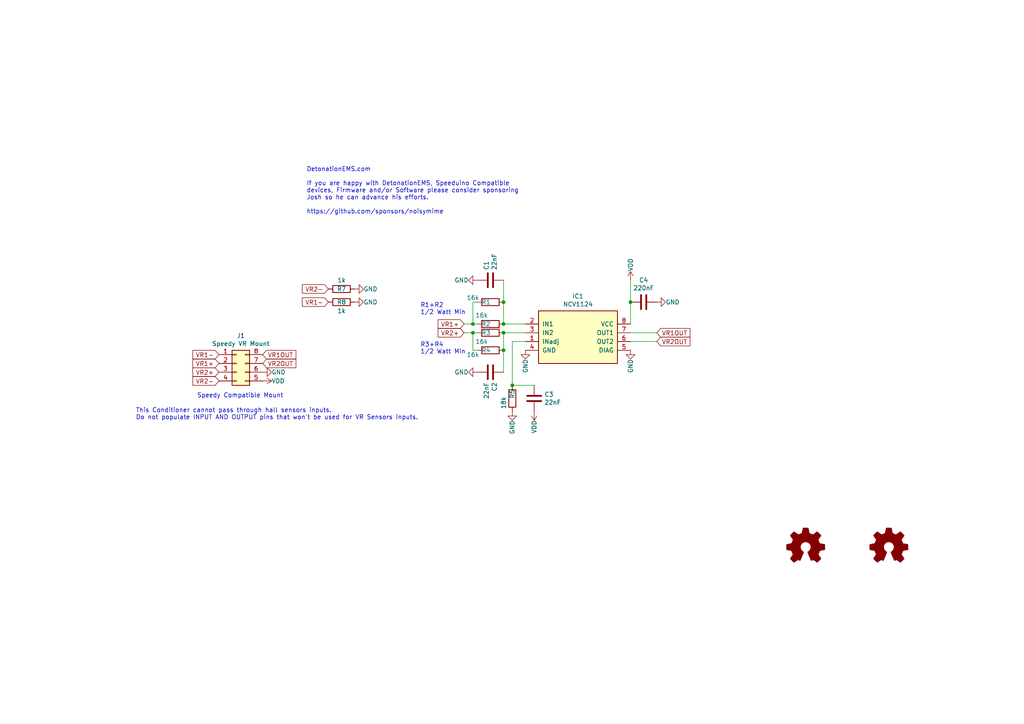
<source format=kicad_sch>
(kicad_sch (version 20211123) (generator eeschema)
  (paper "A4")
  (title_block (title "Duel VRConditioner ") (date "2021-10-02") (rev "A") (company "DetonationEMS") (comment 1 "detonationems.com") (comment 2 "github.com/DetonationEMS"))
  (lib_symbols
    (symbol "Connector_Generic:Conn_02x04_Counter_Clockwise" (pin_names (offset 1.016) hide)
      (property "Reference" "J" (at 1.27 5.08 0))
      (property "Value" "Conn_02x04_Counter_Clockwise" (at 1.27 -7.62 0))
      (symbol "Conn_02x04_Counter_Clockwise_1_1"
        (rectangle (start -1.27 -4.953) (end 0 -5.207) (stroke (width 0.1524)))
        (rectangle (start -1.27 -2.413) (end 0 -2.667) (stroke (width 0.1524)))
        (rectangle (start -1.27 0.127) (end 0 -0.127) (stroke (width 0.1524)))
        (rectangle (start -1.27 2.667) (end 0 2.413) (stroke (width 0.1524)))
        (rectangle (start -1.27 3.81) (end 3.81 -6.35) (stroke (width 0.254)) (fill (type background)))
        (rectangle (start 3.81 -4.953) (end 2.54 -5.207) (stroke (width 0.1524)))
        (rectangle (start 3.81 -2.413) (end 2.54 -2.667) (stroke (width 0.1524)))
        (rectangle (start 3.81 0.127) (end 2.54 -0.127) (stroke (width 0.1524)))
        (rectangle (start 3.81 2.667) (end 2.54 2.413) (stroke (width 0.1524)))
        (pin passive line (at -5.08 2.54 0) (length 3.81) (name "Pin_1") (number "1"))
        (pin passive line (at -5.08 0 0) (length 3.81) (name "Pin_2") (number "2"))
        (pin passive line (at -5.08 -2.54 0) (length 3.81) (name "Pin_3") (number "3"))
        (pin passive line (at -5.08 -5.08 0) (length 3.81) (name "Pin_4") (number "4"))
        (pin passive line (at 7.62 -5.08 180) (length 3.81) (name "Pin_5") (number "5"))
        (pin passive line (at 7.62 -2.54 180) (length 3.81) (name "Pin_6") (number "6"))
        (pin passive line (at 7.62 0 180) (length 3.81) (name "Pin_7") (number "7"))
        (pin passive line (at 7.62 2.54 180) (length 3.81) (name "Pin_8") (number "8"))
      )
    )
    (symbol "Device:C" (pin_numbers hide) (pin_names (offset 0.254))
      (property "Reference" "C" (at 0.635 2.54 0))
      (property "Value" "C" (at 0.635 -2.54 0))
      (symbol "C_0_1"
        (polyline (pts (xy -2.032 -0.762) (xy 2.032 -0.762)) (stroke (width 0.508)))
        (polyline (pts (xy -2.032 0.762) (xy 2.032 0.762)) (stroke (width 0.508)))
      )
      (symbol "C_1_1"
        (pin passive line (at 0 3.81 270) (length 2.794) (name "~") (number "1"))
        (pin passive line (at 0 -3.81 90) (length 2.794) (name "~") (number "2"))
      )
    )
    (symbol "Device:R" (pin_numbers hide) (pin_names (offset 0))
      (property "Reference" "R" (at 2.032 0 90))
      (property "Value" "R" (at 0 0 90))
      (symbol "R_0_1"
        (rectangle (start -1.016 -2.54) (end 1.016 2.54) (stroke (width 0.254)))
      )
      (symbol "R_1_1"
        (pin passive line (at 0 3.81 270) (length 1.27) (name "~") (number "1"))
        (pin passive line (at 0 -3.81 90) (length 1.27) (name "~") (number "2"))
      )
    )
    (symbol "Graphic:Logo_Open_Hardware_Small" (pin_names (offset 1.016))
      (symbol "Logo_Open_Hardware_Small_0_1"
        (polyline (pts (xy 3.3528 -4.3434) (xy 3.302 -4.318) (xy 3.175 -4.2418) (xy 2.9972 -4.1148) (xy 2.7686 -3.9624) (xy 2.54 -3.81) (xy 2.3622 -3.7084) (xy 2.2352 -3.6068) (xy 2.1844 -3.5814) (xy 2.159 -3.6068) (xy 2.0574 -3.6576) (xy 1.905 -3.7338) (xy 1.8034 -3.7846) (xy 1.6764 -3.8354) (xy 1.6002 -3.8354) (xy 1.6002 -3.8354) (xy 1.5494 -3.7338) (xy 1.4732 -3.5306) (xy 1.3462 -3.302) (xy 1.2446 -3.0226) (xy 1.1176 -2.7178) (xy 0.9652 -2.413) (xy 0.8636 -2.1082) (xy 0.7366 -1.8288) (xy 0.6604 -1.6256) (xy 0.6096 -1.4732) (xy 0.5842 -1.397) (xy 0.5842 -1.397) (xy 0.6604 -1.3208) (xy 0.7874 -1.2446) (xy 1.0414 -1.016) (xy 1.2954 -0.6858) (xy 1.4478 -0.3302) (xy 1.524 0.0762) (xy 1.4732 0.4572) (xy 1.3208 0.8128) (xy 1.0668 1.143) (xy 0.762 1.3716) (xy 0.4064 1.524) (xy 0 1.5748) (xy -0.381 1.5494) (xy -0.7366 1.397) (xy -1.0668 1.143) (xy -1.2192 0.9906) (xy -1.397 0.6604) (xy -1.524 0.3048) (xy -1.524 0.2286) (xy -1.4986 -0.1778) (xy -1.397 -0.5334) (xy -1.1938 -0.8636) (xy -0.9144 -1.143) (xy -0.8636 -1.1684) (xy -0.7366 -1.27) (xy -0.635 -1.3462) (xy -0.5842 -1.397) (xy -1.0668 -2.5908) (xy -1.143 -2.794) (xy -1.2954 -3.1242) (xy -1.397 -3.4036) (xy -1.4986 -3.6322) (xy -1.5748 -3.7846) (xy -1.6002 -3.8354) (xy -1.6002 -3.8354) (xy -1.651 -3.8354) (xy -1.7272 -3.81) (xy -1.905 -3.7338) (xy -2.0066 -3.683) (xy -2.1336 -3.6068) (xy -2.2098 -3.5814) (xy -2.2606 -3.6068) (xy -2.3622 -3.683) (xy -2.54 -3.81) (xy -2.7686 -3.9624) (xy -2.9718 -4.0894) (xy -3.1496 -4.2164) (xy -3.302 -4.318) (xy -3.3528 -4.3434) (xy -3.3782 -4.3434) (xy -3.429 -4.318) (xy -3.5306 -4.2164) (xy -3.7084 -4.064) (xy -3.937 -3.8354) (xy -3.9624 -3.81) (xy -4.1656 -3.6068) (xy -4.318 -3.4544) (xy -4.4196 -3.3274) (xy -4.445 -3.2766) (xy -4.445 -3.2766) (xy -4.4196 -3.2258) (xy -4.318 -3.0734) (xy -4.2164 -2.8956) (xy -4.064 -2.667) (xy -3.6576 -2.0828) (xy -3.8862 -1.5494) (xy -3.937 -1.3716) (xy -4.0386 -1.1684) (xy -4.0894 -1.0414) (xy -4.1148 -0.9652) (xy -4.191 -0.9398) (xy -4.318 -0.9144) (xy -4.5466 -0.8636) (xy -4.8006 -0.8128) (xy -5.0546 -0.7874) (xy -5.2578 -0.7366) (xy -5.4356 -0.7112) (xy -5.5118 -0.6858) (xy -5.5118 -0.6858) (xy -5.5372 -0.635) (xy -5.5372 -0.5588) (xy -5.5372 -0.4318) (xy -5.5626 -0.2286) (xy -5.5626 0.0762) (xy -5.5626 0.127) (xy -5.5372 0.4064) (xy -5.5372 0.635) (xy -5.5372 0.762) (xy -5.5372 0.8382) (xy -5.5372 0.8382) (xy -5.461 0.8382) (xy -5.3086 0.889) (xy -5.08 0.9144) (xy -4.826 0.9652) (xy -4.8006 0.9906) (xy -4.5466 1.0414) (xy -4.318 1.0668) (xy -4.1656 1.1176) (xy -4.0894 1.143) (xy -4.0894 1.143) (xy -4.0386 1.2446) (xy -3.9624 1.4224) (xy -3.8608 1.6256) (xy -3.7846 1.8288) (xy -3.7084 2.0066) (xy -3.6576 2.159) (xy -3.6322 2.2098) (xy -3.6322 2.2098) (xy -3.683 2.286) (xy -3.7592 2.413) (xy -3.8862 2.5908) (xy -4.064 2.8194) (xy -4.064 2.8448) (xy -4.2164 3.0734) (xy -4.3434 3.2512) (xy -4.4196 3.3782) (xy -4.445 3.4544) (xy -4.445 3.4544) (xy -4.3942 3.5052) (xy -4.2926 3.6322) (xy -4.1148 3.81) (xy -3.937 4.0132) (xy -3.8608 4.064) (xy -3.6576 4.2926) (xy -3.5052 4.4196) (xy -3.4036 4.4958) (xy -3.3528 4.5212) (xy -3.3528 4.5212) (xy -3.302 4.4704) (xy -3.1496 4.3688) (xy -2.9718 4.2418) (xy -2.7432 4.0894) (xy -2.7178 4.0894) (xy -2.4892 3.937) (xy -2.3114 3.81) (xy -2.1844 3.7084) (xy -2.1336 3.683) (xy -2.1082 3.683) (xy -2.032 3.7084) (xy -1.8542 3.7592) (xy -1.6764 3.8354) (xy -1.4732 3.937) (xy -1.27 4.0132) (xy -1.143 4.064) (xy -1.0668 4.1148) (xy -1.0668 4.1148) (xy -1.0414 4.191) (xy -1.016 4.3434) (xy -0.9652 4.572) (xy -0.9144 4.8514) (xy -0.889 4.9022) (xy -0.8382 5.1562) (xy -0.8128 5.3848) (xy -0.7874 5.5372) (xy -0.762 5.588) (xy -0.7112 5.6134) (xy -0.5842 5.6134) (xy -0.4064 5.6134) (xy -0.1524 5.6134) (xy 0.0762 5.6134) (xy 0.3302 5.6134) (xy 0.5334 5.6134) (xy 0.6858 5.588) (xy 0.7366 5.588) (xy 0.7366 5.588) (xy 0.762 5.5118) (xy 0.8128 5.334) (xy 0.8382 5.1054) (xy 0.9144 4.826) (xy 0.9144 4.7752) (xy 0.9652 4.5212) (xy 1.016 4.2926) (xy 1.0414 4.1402) (xy 1.0668 4.0894) (xy 1.0668 4.0894) (xy 1.1938 4.0386) (xy 1.3716 3.9624) (xy 1.5748 3.8608) (xy 2.0828 3.6576) (xy 2.7178 4.0894) (xy 2.7686 4.1402) (xy 2.9972 4.2926) (xy 3.175 4.4196) (xy 3.302 4.4958) (xy 3.3782 4.5212) (xy 3.3782 4.5212) (xy 3.429 4.4704) (xy 3.556 4.3434) (xy 3.7338 4.191) (xy 3.9116 3.9878) (xy 4.064 3.8354) (xy 4.2418 3.6576) (xy 4.3434 3.556) (xy 4.4196 3.4798) (xy 4.4196 3.429) (xy 4.4196 3.4036) (xy 4.3942 3.3274) (xy 4.2926 3.2004) (xy 4.1656 2.9972) (xy 4.0132 2.794) (xy 3.8862 2.5908) (xy 3.7592 2.3876) (xy 3.6576 2.2352) (xy 3.6322 2.159) (xy 3.6322 2.1336) (xy 3.683 2.0066) (xy 3.7592 1.8288) (xy 3.8608 1.6002) (xy 4.064 1.1176) (xy 4.3942 1.0414) (xy 4.5974 1.016) (xy 4.8768 0.9652) (xy 5.1308 0.9144) (xy 5.5372 0.8382) (xy 5.5626 -0.6604) (xy 5.4864 -0.6858) (xy 5.4356 -0.6858) (xy 5.2832 -0.7366) (xy 5.0546 -0.762) (xy 4.8006 -0.8128) (xy 4.5974 -0.8636) (xy 4.3688 -0.9144) (xy 4.2164 -0.9398) (xy 4.1402 -0.9398) (xy 4.1148 -0.9652) (xy 4.064 -1.0668) (xy 3.9878 -1.2446) (xy 3.9116 -1.4478) (xy 3.81 -1.651) (xy 3.7338 -1.8542) (xy 3.683 -2.0066) (xy 3.6576 -2.0828) (xy 3.683 -2.1336) (xy 3.7846 -2.2606) (xy 3.8862 -2.4638) (xy 4.0386 -2.667) (xy 4.191 -2.8956) (xy 4.318 -3.0734) (xy 4.3942 -3.2004) (xy 4.445 -3.2766) (xy 4.4196 -3.3274) (xy 4.3434 -3.429) (xy 4.1656 -3.5814) (xy 3.937 -3.8354) (xy 3.8862 -3.8608) (xy 3.683 -4.064) (xy 3.5306 -4.2164) (xy 3.4036 -4.318) (xy 3.3528 -4.3434)) (fill (type outline)))
      )
    )
    (symbol "ncv1124:NCV1124" (pin_names (offset 1.016))
      (property "Reference" "D" (at 1.27 1.27 0))
      (property "Value" "NCV1124" (at 19.05 1.27 0))
      (symbol "NCV1124_1_1"
        (rectangle (start 0 0) (end 22.86 -15.24) (stroke (width 0.254)) (fill (type background)))
        (pin input line (at -3.81 -8.89 0) (length 3.81) (name "INadj") (number "1"))
        (pin input line (at -3.81 -3.81 0) (length 3.81) (name "IN1") (number "2"))
        (pin input line (at -3.81 -6.35 0) (length 3.81) (name "IN2") (number "3"))
        (pin power_in line (at -3.81 -11.43 0) (length 3.81) (name "GND") (number "4"))
        (pin input line (at 26.67 -11.43 180) (length 3.81) (name "DIAG") (number "5"))
        (pin output line (at 26.67 -8.89 180) (length 3.81) (name "OUT2") (number "6"))
        (pin output line (at 26.67 -6.35 180) (length 3.81) (name "OUT1") (number "7"))
        (pin power_in line (at 26.67 -3.81 180) (length 3.81) (name "VCC") (number "8"))
      )
    )
    (symbol "power:GND" (power) (pin_names (offset 0))
      (property "Value" "GND" (at 0 -3.81 0))
      (symbol "GND_0_1"
        (polyline (pts (xy 0 0) (xy 0 -1.27) (xy 1.27 -1.27) (xy 0 -2.54) (xy -1.27 -1.27) (xy 0 -1.27)))
      )
      (symbol "GND_1_1"
        (pin power_in line (at 0 0 270) (length 0) hide (name "GND") (number "1"))
      )
    )
    (symbol "power:VDD" (power) (pin_names (offset 0))
      (property "Value" "VDD" (at 0 3.81 0))
      (symbol "VDD_0_1"
        (polyline (pts (xy -0.762 1.27) (xy 0 2.54)))
        (polyline (pts (xy 0 0) (xy 0 2.54)))
        (polyline (pts (xy 0 2.54) (xy 0.762 1.27)))
      )
      (symbol "VDD_1_1"
        (pin power_in line (at 0 0 90) (length 0) hide (name "VDD") (number "1"))
      )
    )
  )
  (junction (at 148.59 111.76))
  (junction (at 146.05 93.98))
  (junction (at 146.05 96.52))
  (junction (at 146.05 101.6))
  (junction (at 146.05 87.63))
  (junction (at 137.16 93.98))
  (junction (at 182.88 87.63))
  (junction (at 137.16 96.52))
  (wire (pts (xy 138.43 87.63) (xy 137.16 87.63)))
  (wire (pts (xy 146.05 96.52) (xy 152.4 96.52)))
  (wire (pts (xy 146.05 101.6) (xy 146.05 107.95)))
  (wire (pts (xy 182.88 87.63) (xy 182.88 81.28)))
  (wire (pts (xy 137.16 93.98) (xy 134.62 93.98)))
  (wire (pts (xy 182.88 96.52) (xy 190.5 96.52)))
  (wire (pts (xy 146.05 93.98) (xy 152.4 93.98)))
  (wire (pts (xy 182.88 87.63) (xy 182.88 93.98)))
  (wire (pts (xy 137.16 96.52) (xy 137.16 101.6)))
  (wire (pts (xy 148.59 99.06) (xy 148.59 111.76)))
  (wire (pts (xy 146.05 96.52) (xy 146.05 101.6)))
  (wire (pts (xy 146.05 87.63) (xy 146.05 93.98)))
  (wire (pts (xy 146.05 81.28) (xy 146.05 87.63)))
  (wire (pts (xy 154.94 111.76) (xy 148.59 111.76)))
  (wire (pts (xy 134.62 96.52) (xy 137.16 96.52)))
  (wire (pts (xy 137.16 101.6) (xy 138.43 101.6)))
  (wire (pts (xy 182.88 99.06) (xy 190.5 99.06)))
  (wire (pts (xy 148.59 99.06) (xy 152.4 99.06)))
  (wire (pts (xy 137.16 87.63) (xy 137.16 93.98)))
  (wire (pts (xy 137.16 93.98) (xy 138.43 93.98)))
  (wire (pts (xy 137.16 96.52) (xy 138.43 96.52)))
  (text "R1+R2 \n1/2 Watt Min" (at 121.92 91.44 0) (effects (font (size 1.27 1.27)) (justify left bottom)))
  (text "Speedy Compatible Mount" (at 57.15 115.57 0) (effects (font (size 1.27 1.27)) (justify left bottom)))
  (text "R3+R4\n1/2 Watt Min" (at 121.92 102.87 0) (effects (font (size 1.27 1.27)) (justify left bottom)))
  (text "DetonationEMS.com\n\nIf you are happy with DetonationEMS, Speeduino Compatible\ndevices, Firmware and/or Software please consider sponsoring\nJosh so he can advance his efforts.\n\nhttps://github.com/sponsors/noisymime" (at 88.9 62.23 0) (effects (font (size 1.27 1.27)) (justify left bottom)))
  (text "This Conditioner cannot pass through hall sensors inputs.\nDo not populate INPUT AND OUTPUT pins that won't be used for VR Sensors inputs." (at 39.37 121.92 0) (effects (font (size 1.27 1.27)) (justify left bottom)))
  (global_label "VR1+" (shape input) (at 63.5 105.41 180) (property "Intersheet References" "${INTERSHEET_REFS}" (effects hide)))
  (global_label "VR1-" (shape input) (at 95.25 87.63 180) (property "Intersheet References" "${INTERSHEET_REFS}" (effects hide)))
  (global_label "VR2OUT" (shape input) (at 190.5 99.06 0) (property "Intersheet References" "${INTERSHEET_REFS}" (effects hide)))
  (global_label "VR1OUT" (shape input) (at 190.5 96.52 0) (property "Intersheet References" "${INTERSHEET_REFS}" (effects hide)))
  (global_label "VR2OUT" (shape input) (at 76.2 105.41 0) (property "Intersheet References" "${INTERSHEET_REFS}" (effects hide)))
  (global_label "VR2-" (shape input) (at 63.5 110.49 180) (property "Intersheet References" "${INTERSHEET_REFS}" (effects hide)))
  (global_label "VR2+" (shape input) (at 63.5 107.95 180) (property "Intersheet References" "${INTERSHEET_REFS}" (effects hide)))
  (global_label "VR2-" (shape input) (at 95.25 83.82 180) (property "Intersheet References" "${INTERSHEET_REFS}" (effects hide)))
  (global_label "VR1OUT" (shape input) (at 76.2 102.87 0) (property "Intersheet References" "${INTERSHEET_REFS}" (effects hide)))
  (global_label "VR1-" (shape input) (at 63.5 102.87 180) (property "Intersheet References" "${INTERSHEET_REFS}" (effects hide)))
  (global_label "VR2+" (shape input) (at 134.62 96.52 180) (property "Intersheet References" "${INTERSHEET_REFS}" (effects hide)))
  (global_label "VR1+" (shape input) (at 134.62 93.98 180) (property "Intersheet References" "${INTERSHEET_REFS}" (effects hide)))
  (symbol (lib_id "Connector_Generic:Conn_02x04_Counter_Clockwise") (at 68.58 105.41 0) (unit 1)
    (property "Reference" "J1" (at 69.85 97.3582 0))
    (property "Value" "Speedy VR Mount" (at 69.85 99.6696 0))
    (property "Footprint" "Misc:DIP-8_W7.62mm_Socket_VRConditioner" (effects hide))
  )
  (symbol (lib_id "power:GND") (at 76.2 107.95 90) (unit 1)
    (property "Reference" "#PWR02" (effects hide))
    (property "Value" "GND" (at 78.74 107.95 90) (effects (justify right)))
  )
  (symbol (lib_id "power:VDD") (at 76.2 110.49 270) (unit 1)
    (property "Reference" "#PWR03" (effects hide))
    (property "Value" "VDD" (at 78.74 110.49 90) (effects (justify left)))
  )
  (symbol (lib_id "ncv1124:NCV1124") (at 156.21 90.17 0) (unit 1)
    (property "Reference" "IC1" (at 167.64 85.9282 0))
    (property "Value" "NCV1124" (at 167.64 88.2396 0))
    (property "Footprint" "Package_SO:SO-8_3.9x4.9mm_P1.27mm" (effects hide))
    (property "LCSC" "C152274" (effects hide))
  )
  (symbol (lib_id "Device:R") (at 142.24 93.98 270) (unit 1)
    (property "Reference" "R2" (at 140.97 93.98 90))
    (property "Value" "16k" (at 139.7 91.44 90))
    (property "Footprint" "Resistor_SMD:R_0805_2012Metric" (effects hide))
    (property "LCSC" "C17490" (effects hide))
  )
  (symbol (lib_id "Device:R") (at 142.24 87.63 270) (unit 1)
    (property "Reference" "R1" (at 140.97 87.63 90))
    (property "Value" "16k" (at 137.16 86.36 90))
    (property "Footprint" "Resistor_SMD:R_0805_2012Metric" (effects hide))
    (property "LCSC" "C17490" (effects hide))
  )
  (symbol (lib_id "Device:R") (at 142.24 96.52 270) (unit 1)
    (property "Reference" "R3" (at 140.97 96.52 90))
    (property "Value" "16k" (at 139.7 99.06 90))
    (property "Footprint" "Resistor_SMD:R_0805_2012Metric" (effects hide))
    (property "LCSC" "C17490" (effects hide))
  )
  (symbol (lib_id "Device:R") (at 142.24 101.6 270) (unit 1)
    (property "Reference" "R4" (at 140.97 101.6 90))
    (property "Value" "16k" (at 137.16 102.87 90))
    (property "Footprint" "Resistor_SMD:R_0805_2012Metric" (effects hide))
    (property "LCSC" "C17490" (effects hide))
  )
  (symbol (lib_id "Device:C") (at 142.24 81.28 90) (unit 1)
    (property "Reference" "C1" (at 141.0716 78.359 0) (effects (justify left)))
    (property "Value" "22nF" (at 143.383 78.359 0) (effects (justify left)))
    (property "Footprint" "Capacitor_SMD:C_0603_1608Metric" (effects hide))
    (property "LCSC" "C21122" (effects hide))
  )
  (symbol (lib_id "power:GND") (at 138.43 81.28 270) (unit 1)
    (property "Reference" "#PWR05" (effects hide))
    (property "Value" "GND" (at 135.89 81.28 90) (effects (justify right)))
  )
  (symbol (lib_id "power:GND") (at 138.43 107.95 270) (unit 1)
    (property "Reference" "#PWR06" (effects hide))
    (property "Value" "GND" (at 135.89 107.95 90) (effects (justify right)))
  )
  (symbol (lib_id "Device:C") (at 142.24 107.95 270) (unit 1)
    (property "Reference" "C2" (at 143.4084 110.871 0) (effects (justify left)))
    (property "Value" "22nF" (at 141.097 110.871 0) (effects (justify left)))
    (property "Footprint" "Capacitor_SMD:C_0603_1608Metric" (effects hide))
    (property "LCSC" "C21122" (effects hide))
  )
  (symbol (lib_id "power:GND") (at 152.4 101.6 0) (unit 1)
    (property "Reference" "#PWR08" (effects hide))
    (property "Value" "GND" (at 152.4 104.14 90) (effects (justify right)))
  )
  (symbol (lib_id "Device:R") (at 148.59 115.57 180) (unit 1)
    (property "Reference" "R5" (at 148.59 114.3 90))
    (property "Value" "18k" (at 146.05 116.84 90))
    (property "Footprint" "Resistor_SMD:R_0603_1608Metric" (effects hide))
    (property "LCSC" "C25810" (effects hide))
  )
  (symbol (lib_id "power:GND") (at 148.59 119.38 0) (unit 1)
    (property "Reference" "#PWR07" (effects hide))
    (property "Value" "GND" (at 148.59 121.92 90) (effects (justify right)))
  )
  (symbol (lib_id "Device:C") (at 154.94 115.57 0) (unit 1)
    (property "Reference" "C3" (at 157.861 114.4016 0) (effects (justify left)))
    (property "Value" "22nF" (at 157.861 116.713 0) (effects (justify left)))
    (property "Footprint" "Capacitor_SMD:C_0603_1608Metric" (effects hide))
    (property "LCSC" "C21122" (effects hide))
  )
  (symbol (lib_id "power:VDD") (at 154.94 119.38 180) (unit 1)
    (property "Reference" "#PWR09" (effects hide))
    (property "Value" "VDD" (at 154.94 121.92 90) (effects (justify left)))
  )
  (symbol (lib_id "power:VDD") (at 182.88 81.28 0) (unit 1)
    (property "Reference" "#PWR010" (effects hide))
    (property "Value" "VDD" (at 182.88 78.74 90) (effects (justify left)))
  )
  (symbol (lib_id "Device:C") (at 186.69 87.63 90) (unit 1)
    (property "Reference" "C4" (at 186.69 81.2292 90))
    (property "Value" "220nF" (at 186.69 83.5406 90))
    (property "Footprint" "Capacitor_SMD:C_0603_1608Metric" (effects hide))
    (property "LCSC" "C21120" (effects hide))
  )
  (symbol (lib_id "power:GND") (at 190.5 87.63 90) (unit 1)
    (property "Reference" "#PWR012" (effects hide))
    (property "Value" "GND" (at 193.04 87.63 90) (effects (justify right)))
  )
  (symbol (lib_id "Device:R") (at 99.06 87.63 90) (unit 1)
    (property "Reference" "R8" (at 99.06 87.63 90))
    (property "Value" "1k" (at 99.06 90.17 90))
    (property "Footprint" "Resistor_SMD:R_0805_2012Metric" (effects hide))
    (property "LCSC" "C17513" (effects hide))
  )
  (symbol (lib_id "power:GND") (at 182.88 101.6 0) (unit 1)
    (property "Reference" "#PWR011" (effects hide))
    (property "Value" "GND" (at 182.88 104.14 90) (effects (justify right)))
  )
  (symbol (lib_id "Device:R") (at 99.06 83.82 90) (unit 1)
    (property "Reference" "R7" (at 99.06 83.82 90))
    (property "Value" "1k" (at 99.06 81.28 90))
    (property "Footprint" "Resistor_SMD:R_0805_2012Metric" (effects hide))
    (property "LCSC" "C17513" (effects hide))
  )
  (symbol (lib_id "power:GND") (at 102.87 83.82 90) (unit 1)
    (property "Reference" "#PWR0103" (effects hide))
    (property "Value" "GND" (at 105.41 83.82 90) (effects (justify right)))
  )
  (symbol (lib_id "power:GND") (at 102.87 87.63 90) (unit 1)
    (property "Reference" "#PWR0104" (effects hide))
    (property "Value" "GND" (at 105.41 87.63 90) (effects (justify right)))
  )
  (symbol (lib_id "Graphic:Logo_Open_Hardware_Small") (at 233.68 158.75 0) (unit 1)
    (property "Reference" "G1" (effects hide))
    (property "Value" "Logo_Open_Hardware_Small" (effects hide))
    (property "Footprint" "Detonation:SpeeduinoCompatible-14mm" (effects hide))
  )
  (symbol (lib_id "Graphic:Logo_Open_Hardware_Small") (at 257.81 158.75 0) (unit 1)
    (property "Reference" "G2" (effects hide))
    (property "Value" "Logo_Open_Hardware_Small" (effects hide))
    (property "Footprint" "Detonation:DetonationEMS-17mm" (effects hide))
  )
)
</source>
